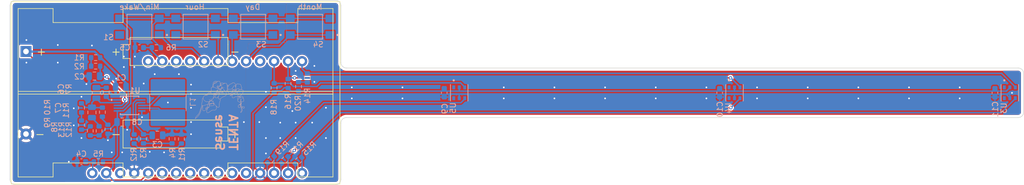
<source format=kicad_pcb>
(kicad_pcb (version 20221018) (generator pcbnew)
  (layers (0 "F.Cu" signal) (31 "B.Cu" signal) (34 "B.Paste" user) (35 "F.Paste" user) (36 "B.SilkS" user "B.Silkscreen") (37 "F.SilkS" user "F.Silkscreen") (38 "B.Mask" user) (39 "F.Mask" user) (44 "Edge.Cuts" user))
  (net 0 "")
  (net 1 "Vbatt")
  (net 2 "GND")
  (net 3 "!SHDN")
  (net 4 "Net-(U1-BURST)")
  (net 5 "Net-(U2-~{RESET})")
  (net 6 "Net-(U2-EN)")
  (net 7 "Net-(U1-FB)")
  (net 8 "Net-(C6-Pad2)")
  (net 9 "Net-(C7-Pad1)")
  (net 10 "VDD")
  (net 11 "Net-(U1-SW2)")
  (net 12 "Net-(U1-SW1)")
  (net 13 "Net-(R1-Pad2)")
  (net 14 "Net-(R3-Pad2)")
  (net 15 "Net-(U1-VC)")
  (net 16 "Net-(R8-Pad2)")
  (net 17 "SCL1")
  (net 18 "SDA1")
  (net 19 "SCL2")
  (net 20 "SDA2")
  (net 21 "SCL3")
  (net 22 "SDA3")
  (net 23 "Net-(Rt1-Pad1)")
  (net 24 "Net-(U1-RT)")
  (net 25 "MM")
  (net 26 "DD")
  (net 27 "HH")
  (net 28 "mm")
  (net 46 "Net-(R10-Pad1)")
  (net 47 "Net-(R11-Pad2)")
  (net 50 "Net-(R14-Pad1)")
  (footprint "Module:ESP32_Thing_Plus_C_hat" (layer "F.Cu") (at 59.353 107.979499 -90)
    (fp_text reference "U2" hide)
    (fp_text value "THING_PLUS_LOGICAL" hide)
  )
  (footprint "Battery:BatteryHolder_Keystone_2462_2xAA_CM" (layer "F.Cu") (at 63.823 94.779499)
    (fp_text reference "B1" hide)
    (fp_text value "2462")
  )
  (footprint "Resistor_SMD:R_0603_1608Metric" (layer "B.Cu") (at 110.823 114.479499 -135)
    (fp_text reference "R17")
    (fp_text value "10k" hide)
  )
  (footprint "Button:SW_TL3305AF160QG" (layer "B.Cu") (at 105.073 90.279499 180)
    (fp_text reference "S3")
    (fp_text value "TL3305AF160QG" hide)
  )
  (footprint "Resistor_SMD:R_0603_1608Metric" (layer "B.Cu") (at 76.975 114.8 180)
    (fp_text reference "R5")
    (fp_text value "10k" hide)
  )
  (footprint "Capacitor_SMD:C_0805_2012Metric" (layer "B.Cu") (at 75.8 105.85 90)
    (fp_text reference "C7")
    (fp_text value "150p" hide)
  )
  (footprint "Resistor_SMD:R_0603_1608Metric" (layer "B.Cu") (at 78.7 108.9 -90)
    (fp_text reference "R12")
    (fp_text value "100k" hide)
  )
  (footprint "Resistor_SMD:R_0603_1608Metric" (layer "B.Cu") (at 76.475 95.9 180)
    (fp_text reference "R1")
    (fp_text value "100k" hide)
  )
  (footprint "Resistor_SMD:R_0603_1608Metric" (layer "B.Cu") (at 75.5 109.2 90)
    (fp_text reference "R8")
    (fp_text value "150k" hide)
  )
  (footprint "Resistor_SMD:R_0603_1608Metric" (layer "B.Cu") (at 113.323 101.154499 90)
    (fp_text reference "R20")
    (fp_text value "0")
  )
  (footprint "Capacitor_SMD:C_0603_1608Metric" (layer "B.Cu") (at 73.875 114.8 180)
    (fp_text reference "C4")
    (fp_text value "1u" hide)
  )
  (footprint "LOGO" (layer "B.Cu") (at 99.02262 103.579459 90)
    (fp_text reference "G***" hide)
    (fp_text value "LOGO" hide)
  )
  (footprint "Capacitor_SMD:C_0603_1608Metric" (layer "B.Cu") (at 239.805143 102.279499 -90)
    (fp_text reference "C11")
    (fp_text value "100n" hide)
  )
  (footprint "LTC3532:MSOP-10_MS_LIT" (layer "B.Cu") (at 82.633652 104.57428 180)
    (fp_text reference "U1")
    (fp_text value "LTC3532EMS-PBF" hide)
  )
  (footprint "Resistor_SMD:R_0603_1608Metric" (layer "B.Cu") (at 114.923 99.579499 90)
    (fp_text reference "R14")
    (fp_text value "10k" hide)
  )
  (footprint "AHT20:PSON100P300X300X110-6N" (layer "B.Cu") (at 142.5051 102.279499 -90)
    (fp_text reference "U5")
    (fp_text value "AHT20" hide)
  )
  (footprint "Resistor_SMD:R_0603_1608Metric" (layer "B.Cu") (at 87.498 94.079499 180)
    (fp_text reference "R6")
    (fp_text value "10k" hide)
  )
  (footprint "Button:SW_TL3305AF160QG" (layer "B.Cu") (at 84.423 90.279499 180)
    (fp_text reference "S1")
    (fp_text value "TL3305AF160QG" hide)
  )
  (footprint "Resistor_SMD:R_0603_1608Metric" (layer "B.Cu") (at 76.475 97.45)
    (fp_text reference "R2")
    (fp_text value "100k" hide)
  )
  (footprint "Resistor_SMD:R_0603_1608Metric" (layer "B.Cu") (at 92.05 110.675 90)
    (fp_text reference "Rt1")
    (fp_text value "82k" hide)
  )
  (footprint "Resistor_SMD:R_0603_1608Metric" (layer "B.Cu") (at 85.1625 110.648 -90)
    (fp_text reference "R3")
    (fp_text value "100k" hide)
  )
  (footprint "Resistor_SMD:R_0603_1608Metric" (layer "B.Cu") (at 77.1 109.2 90)
    (fp_text reference "R13")
    (fp_text value "1k" hide)
  )
  (footprint "Button:SW_TL3305AF160QG" (layer "B.Cu") (at 94.623 90.279499 180)
    (fp_text reference "S2")
    (fp_text value "TL3305AF160QG" hide)
  )
  (footprint "Capacitor_SMD:C_0805_2012Metric" (layer "B.Cu") (at 76.6 102.3 90)
    (fp_text reference "C6")
    (fp_text value "150p" hide)
  )
  (footprint "Resistor_SMD:R_0603_1608Metric" (layer "B.Cu") (at 113.306363 114.596136 -135)
    (fp_text reference "R15")
    (fp_text value "10k" hide)
  )
  (footprint "Capacitor_SMD:C_0805_2012Metric" (layer "B.Cu") (at 81.3 107.6)
    (fp_text reference "C8")
    (fp_text value "22u" hide)
  )
  (footprint "Resistor_SMD:R_0603_1608Metric" (layer "B.Cu") (at 73.9 108.15 90)
    (fp_text reference "R9")
    (fp_text value "150k" hide)
  )
  (footprint "Capacitor_SMD:C_0805_2012Metric" (layer "B.Cu") (at 81.05 101.2 180)
    (fp_text reference "C1")
    (fp_text value "4.7u" hide)
  )
  (footprint "Capacitor_SMD:C_0805_2012Metric" (layer "B.Cu") (at 76.25 99.25 180)
    (fp_text reference "C2")
    (fp_text value "4.7n" hide)
  )
  (footprint "Resistor_SMD:R_0603_1608Metric" (layer "B.Cu") (at 77.7 105.8 -90)
    (fp_text reference "R11")
    (fp_text value "100k" hide)
  )
  (footprint "AHT20:PSON100P300X300X110-6N" (layer "B.Cu") (at 242.505143 102.279499 -90)
    (fp_text reference "U3")
    (fp_text value "AHT20" hide)
  )
  (footprint "Resistor_SMD:R_0603_1608Metric" (layer "B.Cu") (at 83.4625 110.673 -90)
    (fp_text reference "Rt2")
    (fp_text value "4.7k" hide)
  )
  (footprint "Resistor_SMD:R_0603_1608Metric" (layer "B.Cu") (at 108.306363 114.396136 -135)
    (fp_text reference "R19")
    (fp_text value "10k" hide)
  )
  (footprint "Resistor_SMD:R_0603_1608Metric" (layer "B.Cu") (at 90.35 110.648 90)
    (fp_text reference "R4")
    (fp_text value "100k" hide)
  )
  (footprint "Resistor_SMD:R_0603_1608Metric" (layer "B.Cu") (at 78.4 102.175 -90)
    (fp_text reference "R7")
    (fp_text value "12k" hide)
  )
  (footprint "Capacitor_SMD:C_0805_2012Metric" (layer "B.Cu") (at 87.7 110)
    (fp_text reference "C3")
    (fp_text value "0.01u" hide)
  )
  (footprint "Capacitor_SMD:C_0603_1608Metric" (layer "B.Cu") (at 139.7851 102.279499 -90)
    (fp_text reference "C9")
    (fp_text value "100n" hide)
  )
  (footprint "Capacitor_SMD:C_0603_1608Metric" (layer "B.Cu") (at 189.8051 102.279499 -90)
    (fp_text reference "C10")
    (fp_text value "100n" hide)
  )
  (footprint "Inductor_SMD:L_2424_6060Metric" (layer "B.Cu") (at 89.6 104.05 90)
    (fp_text reference "L1")
    (fp_text value "4.7u" hide)
  )
  (footprint "Resistor_SMD:R_0603_1608Metric" (layer "B.Cu") (at 108.883 101.379499 90)
    (fp_text reference "R18")
    (fp_text value "10k" hide)
  )
  (footprint "Button:SW_TL3305AF160QG" (layer "B.Cu") (at 115.423 90.279499 180)
    (fp_text reference "S4")
    (fp_text value "TL3305AF160QG" hide)
  )
  (footprint "AHT20:PSON100P300X300X110-6N" (layer "B.Cu") (at 192.5051 102.279499 -90)
    (fp_text reference "U4")
    (fp_text value "AHT20" hide)
  )
  (footprint "Capacitor_SMD:C_0603_1608Metric" (layer "B.Cu") (at 84.4 94.079499 180)
    (fp_text reference "C5")
    (fp_text value "1u" hide)
  )
  (footprint "Resistor_SMD:R_0603_1608Metric" (layer "B.Cu") (at 73.9 105.025 90)
    (fp_text reference "R10")
    (fp_text value "22k" hide)
  )
  (footprint "Resistor_SMD:R_0603_1608Metric" (layer "B.Cu") (at 111.423 100.604499 90)
    (fp_text reference "R16")
    (fp_text value "10k" hide)
  )
  (gr_arc (start 121.023 107.779499) (mid 121.315893 107.072392) (end 122.023 106.779499) (stroke (width 0.1)) (layer "Edge.Cuts"))
  (gr_line (start 121.023 96.779499) (end 121.023 86.479499) (stroke (width 0.1)) (layer "Edge.Cuts"))
  (gr_arc (start 61.923 118.979499) (mid 61.215893 118.686606) (end 60.923 117.979499) (stroke (width 0.1)) (layer "Edge.Cuts"))
  (gr_arc (start 244.023 97.779499) (mid 244.730107 98.072392) (end 245.023 98.779499) (stroke (width 0.1)) (layer "Edge.Cuts"))
  (gr_arc (start 122.023 97.779499) (mid 121.315894 97.486606) (end 121.023 96.779499) (stroke (width 0.1)) (layer "Edge.Cuts"))
  (gr_arc (start 60.923 86.479499) (mid 61.215893 85.772392) (end 61.923 85.479499) (stroke (width 0.1)) (layer "Edge.Cuts"))
  (gr_line (start 61.923 118.979499) (end 120.023 118.979499) (stroke (width 0.1)) (layer "Edge.Cuts"))
  (gr_line (start 122.023 106.779499) (end 244.023 106.779499) (stroke (width 0.1)) (layer "Edge.Cuts"))
  (gr_arc (start 245.023 105.779499) (mid 244.730107 106.486606) (end 244.023 106.779499) (stroke (width 0.1)) (layer "Edge.Cuts"))
  (gr_line (start 245.023 105.779499) (end 245.023 98.779499) (stroke (width 0.1)) (layer "Edge.Cuts"))
  (gr_arc (start 120.023 85.479499) (mid 120.730107 85.772392) (end 121.023 86.479499) (stroke (width 0.1)) (layer "Edge.Cuts"))
  (gr_line (start 121.023 117.979499) (end 121.023 107.779499) (stroke (width 0.1)) (layer "Edge.Cuts"))
  (gr_line (start 60.923 86.479499) (end 60.923 117.979499) (stroke (width 0.1)) (layer "Edge.Cuts"))
  (gr_arc (start 121.023 117.979499) (mid 120.730107 118.686606) (end 120.023 118.979499) (stroke (width 0.1)) (layer "Edge.Cuts"))
  (gr_line (start 120.023 85.479499) (end 61.923 85.479499) (stroke (width 0.1)) (layer "Edge.Cuts"))
  (gr_line (start 244.023 97.779499) (end 122.023 97.779499) (stroke (width 0.1)) (layer "Edge.Cuts"))
  (gr_text "Min/Wake" (at 84.423 87.279499) (layer "B.SilkS") (effects (font (size 1 1)) (justify bottom mirror)))
  (gr_text "Hour" (at 94.523 87.279499) (layer "B.SilkS") (effects (font (size 1 1)) (justify bottom mirror)))
  (gr_text "TENTA\nSense" (at 100.22262 109.479459 270) (layer "B.SilkS") (effects (font (size 1.5 1.5) (thickness 0.3) bold) (justify mirror)))
  (gr_text "Day" (at 105.023 87.279499) (layer "B.SilkS") (effects (font (size 1 1)) (justify bottom mirror)))
  (gr_text "Month" (at 115.423 87.279499) (layer "B.SilkS") (effects (font (size 1 1)) (justify bottom mirror)))
  (segment (start 66.3 97.256499) (end 63.823 94.779499) (width 0.254) (layer "F.Cu") (net 1))
  (segment (start 86.023 116.869499) (end 84.7562 118.136299) (width 0.254) (layer "F.Cu") (net 1))
  (segment (start 71.336299 118.136299) (end 66.3 113.1) (width 0.254) (layer "F.Cu") (net 1))
  (segment (start 66.3 113.1) (end 66.3 97.256499) (width 0.254) (layer "F.Cu") (net 1))
  (segment (start 84.7562 118.136299) (end 71.336299 118.136299) (width 0.254) (layer "F.Cu") (net 1))
  (segment (start 76.28999 94.80004) (end 82.1 100.61005) (width 0.4) (layer "B.Cu") (net 1))
  (segment (start 82.388538 104.063694) (end 82.388538 101.588538) (width 0.254) (layer "B.Cu") (net 1))
  (segment (start 80.417502 105.07466) (end 81.377572 105.07466) (width 0.254) (layer "B.Cu") (net 1))
  (segment (start 63.900038 94.80004) (end 76.28999 94.80004) (width 0.4) (layer "B.Cu") (net 1))
  (segment (start 82.1 100.61005) (end 82.1 101.2) (width 0.4) (layer "B.Cu") (net 1))
  (segment (start 81.377572 105.07466) (end 82.388538 104.063694) (width 0.254) (layer "B.Cu") (net 1))
  (segment (start 82.388538 101.588538) (end 82 101.2) (width 0.254) (layer "B.Cu") (net 1))
  (via (at 187.4 103.3) (size 0.6) (drill 0.3) (layers "F.Cu" "B.Cu") (net 2))
  (via (at 242.900038 102.3) (size 0.6) (drill 0.3) (layers "F.Cu" "B.Cu") (net 2))
  (via (at 123 103.3) (size 0.6) (drill 0.3) (layers "F.Cu" "B.Cu") (net 2))
  (via (at 88.9 113.1) (size 0.6) (drill 0.3) (layers "F.Cu" "B.Cu") (net 2))
  (via (at 116.2 97.4) (size 0.6) (drill 0.3) (layers "F.Cu" "B.Cu") (net 2))
  (via (at 205.8 101.3) (size 0.6) (drill 0.3) (layers "F.Cu" "B.Cu") (net 2))
  (via (at 93.8 107.6) (size 0.6) (drill 0.3) (layers "F.Cu" "B.Cu") (net 2))
  (via (at 89.6 104.05) (size 0.6) (drill 0.3) (layers "F.Cu" "B.Cu") (net 2))
  (via (at 86.3 113) (size 0.6) (drill 0.3) (layers "F.Cu" "B.Cu") (net 2))
  (via (at 85.2 100.6) (size 0.6) (drill 0.3) (layers "F.Cu" "B.Cu") (net 2))
  (via (at 69.6 93.6) (size 0.6) (drill 0.3) (layers "F.Cu" "B.Cu") (net 2))
  (via (at 107.4 113.3) (size 0.6) (drill 0.3) (layers "F.Cu" "B.Cu") (net 2))
  (via (at 110 107.7) (size 0.6) (drill 0.3) (layers "F.Cu" "B.Cu") (net 2))
  (via (at 178.2 103.3) (size 0.6) (drill 0.3) (layers "F.Cu" "B.Cu") (net 2))
  (via (at 93.8 105) (size 0.6) (drill 0.3) (layers "F.Cu" "B.Cu") (net 2))
  (via (at 169 101.3) (size 0.6) (drill 0.3) (layers "F.Cu" "B.Cu") (net 2))
  (via (at 93.8 102.5) (size 0.6) (drill 0.3) (layers "F.Cu" "B.Cu") (net 2))
  (via (at 72.5 108.2) (size 0.6) (drill 0.3) (layers "F.Cu" "B.Cu") (net 2))
  (via (at 80.2 99.7) (size 0.6) (drill 0.3) (layers "F.Cu" "B.Cu") (net 2))
  (via (at 150.6 103.3) (size 0.6) (drill 0.3) (layers "F.Cu" "B.Cu") (net 2))
  (via (at 93.8 109.8) (size 0.6) (drill 0.3) (layers "F.Cu" "B.Cu") (net 2))
  (via (at 215 103.3) (size 0.6) (drill 0.3) (layers "F.Cu" "B.Cu") (net 2))
  (via (at 215 101.3) (size 0.6) (drill 0.3) (layers "F.Cu" "B.Cu") (net 2))
  (via (at 224.2 103.3) (size 0.6) (drill 0.3) (layers "F.Cu" "B.Cu") (net 2))
  (via (at 81.6 97.6) (size 0.6) (drill 0.3) (layers "F.Cu" "B.Cu") (net 2))
  (via (at 112.8 98.3) (size 0.6) (drill 0.3) (layers "F.Cu" "B.Cu") (net 2))
  (via (at 83.6 95.7) (size 0.6) (drill 0.3) (layers "F.Cu" "B.Cu") (net 2))
  (via (at 233.4 103.3) (size 0.6) (drill 0.3) (layers "F.Cu" "B.Cu") (net 2))
  (via (at 112.8 107.7) (size 0.6) (drill 0.3) (layers "F.Cu" "B.Cu") (net 2))
  (via (at 63.9 92.7) (size 0.6) (drill 0.3) (layers "F.Cu" "B.Cu") (net 2))
  (via (at 72.5 105.1) (size 0.6) (drill 0.3) (layers "F.Cu" "B.Cu") (net 2))
  (via (at 112.8 110.5) (size 0.6) (drill 0.3) (layers "F.Cu" "B.Cu") (net 2))
  (via (at 178.2 101.3) (size 0.6) (drill 0.3) (layers "F.Cu" "B.Cu") (net 2))
  (via (at 106.2 107.6) (size 0.6) (drill 0.3) (layers "F.Cu" "B.Cu") (net 2))
  (via (at 118.3 110.5) (size 0.6) (drill 0.3) (layers "F.Cu" "B.Cu") (net 2))
  (via (at 87.2 98.9) (size 0.6) (drill 0.3) (layers "F.Cu" "B.Cu") (net 2))
  (via (at 115.8 107.7) (size 0.6) (drill 0.3) (layers "F.Cu" "B.Cu") (net 2))
  (via (at 107.4 110.5) (size 0.6) (drill 0.3) (layers "F.Cu" "B.Cu") (net 2))
  (via (at 81.3 113.1) (size 0.6) (drill 0.3) (layers "F.Cu" "B.Cu") (net 2))
  (via (at 196.6 103.3) (size 0.6) (drill 0.3) (layers "F.Cu" "B.Cu") (net 2))
  (via (at 107.4 102.1) (size 0.6) (drill 0.3) (layers "F.Cu" "B.Cu") (net 2))
  (via (at 75.8 93.7) (size 0.6) (drill 0.3) (layers "F.Cu" "B.Cu") (net 2))
  (via (at 73.9 110.5) (size 0.6) (drill 0.3) (layers "F.Cu" "B.Cu") (net 2))
  (via (at 81.6 95.7) (size 0.6) (drill 0.3) (layers "F.Cu" "B.Cu") (net 2))
  (via (at 83.5 97.6) (size 0.6) (drill 0.3) (layers "F.Cu" "B.Cu") (net 2))
  (via (at 116.2 100.3) (size 0.6) (drill 0.3) (layers "F.Cu" "B.Cu") (net 2))
  (via (at 110 110.5) (size 0.6) (drill 0.3) (layers "F.Cu" "B.Cu") (net 2))
  (via (at 79.4 113.1) (size 0.6) (drill 0.3) (layers "F.Cu" "B.Cu") (net 2))
  (via (at 91.6 98.9) (size 0.6) (drill 0.3) (layers "F.Cu" "B.Cu") (net 2))
  (via (at 169 103.3) (size 0.6) (drill 0.3) (layers "F.Cu" "B.Cu") (net 2))
  (via (at 150.6 101.3) (size 0.6) (drill 0.3) (layers "F.Cu" "B.Cu") (net 2))
  (via (at 107.4 104.9) (size 0.6) (drill 0.3) (layers "F.Cu" "B.Cu") (net 2))
  (via (at 63.9 96.8) (size 0.6) (drill 0.3) (layers "F.Cu" "B.Cu") (net 2))
  (via (at 132.2 103.3) (size 0.6) (drill 0.3) (layers "F.Cu" "B.Cu") (net 2))
  (via (at 123 101.3) (size 0.6) (drill 0.3) (layers "F.Cu" "B.Cu") (net 2))
  (via (at 159.8 101.3) (size 0.6) (drill 0.3) (layers "F.Cu" "B.Cu") (net 2))
  (via (at 205.8 103.3) (size 0.6) (drill 0.3) (layers "F.Cu" "B.Cu") (net 2))
  (via (at 132.2 101.3) (size 0.6) (drill 0.3) (layers "F.Cu" "B.Cu") (net 2))
  (via (at 71.6 114.8) (size 0.6) (drill 0.3) (layers "F.Cu" "B.Cu") (net 2))
  (via (at 103.4 107.6) (size 0.6) (drill 0.3) (layers "F.Cu" "B.Cu") (net 2))
  (via (at 78.7 110.9) (size 0.6) (drill 0.3) (layers "F.Cu" "B.Cu") (net 2))
  (via (at 233.4 101.3) (size 0.6) (drill 0.3) (layers "F.Cu" "B.Cu") (net 2))
  (via (at 224.2 101.3) (size 0.6) (drill 0.3) (layers "F.Cu" "B.Cu") (net 2))
  (via (at 196.6 101.3) (size 0.6) (drill 0.3) (layers "F.Cu" "B.Cu") (net 2))
  (via (at 187.4 101.3) (size 0.6) (drill 0.3) (layers "F.Cu" "B.Cu") (net 2))
  (via (at 84.9 106.7) (size 0.6) (drill 0.3) (layers "F.Cu" "B.Cu") (net 2))
  (via (at 82.2 109) (size 0.6) (drill 0.3) (layers "F.Cu" "B.Cu") (net 2))
  (via (at 159.8 103.3) (size 0.6) (drill 0.3) (layers "F.Cu" "B.Cu") (net 2))
  (via (at 73.9 103) (size 0.6) (drill 0.3) (layers "F.Cu" "B.Cu") (net 2))
  (via (at 74.8 100.7) (size 0.6) (drill 0.3) (layers "F.Cu" "B.Cu") (net 2))
  (via (at 69.6 96.8) (size 0.6) (drill 0.3) (layers "F.Cu" "B.Cu") (net 2))
  (via (at 112.2 105.6) (size 0.6) (drill 0.3) (layers "F.Cu" "B.Cu") (net 2))
  (via (at 93.8 100.8) (size 0.6) (drill 0.3) (layers "F.Cu" "B.Cu") (net 2))
  (via (at 118.3 105) (size 0.6) (drill 0.3) (layers "F.Cu" "B.Cu") (net 2))
  (segment (start 92.05 109.823) (end 89.025 109.823) (width 0.254) (layer "B.Cu") (net 2))
  (segment (start 239.785143 102.559499) (end 192.523 102.559499) (width 0.254) (layer "B.Cu") (net 2))
  (segment (start 81.3 113.1) (end 83.483 115.283) (width 0.254) (layer "B.Cu") (net 2))
  (segment (start 191.318 102.559499) (end 147.123 102.559499) (width 0.254) (layer "B.Cu") (net 2))
  (segment (start 82.25 107.6) (end 82.25 108.95) (width 0.254) (layer "B.Cu") (net 2))
  (segment (start 145.523 102.559499) (end 141.523 102.559499) (width 0.254) (layer "B.Cu") (net 2))
  (segment (start 147.123 102.559499) (end 145.523 102.559499) (width 0.254) (layer "B.Cu") (net 2))
  (segment (start 241.860858 102.559499) (end 242.505143 103.203784) (width 0.254) (layer "B.Cu") (net 2))
  (segment (start 83.6 94.104499) (end 83.625 94.079499) (width 0.254) (layer "B.Cu") (net 2))
  (segment (start 116.557708 102.559499) (end 115.530354 103.586853) (width 0.254) (layer "B.Cu") (net 2))
  (segment (start 192.523 102.559499) (end 191.318 102.559499) (width 0.254) (layer "B.Cu") (net 2))
  (segment (start 192.5051 102.577399) (end 192.523 102.559499) (width 0.254) (layer "B.Cu") (net 2))
  (segment (start 142.523 102.559499) (end 141.523 102.559499) (width 0.254) (layer "B.Cu") (net 2))
  (segment (start 147.123 102.559499) (end 116.557708 102.559499) (width 0.254) (layer "B.Cu") (net 2))
  (segment (start 83.483 115.283) (end 83.483 116.869499) (width 0.254) (layer "B.Cu") (net 2))
  (segment (start 84.849802 105.57504) (end 84.849802 106.649802) (width 0.254) (layer "B.Cu") (net 2))
  (segment (start 106.343 112.774208) (end 106.343 116.869499) (width 0.254) (layer "B.Cu") (net 2))
  (segment (start 142.5051 102.577399) (end 142.523 102.559499) (width 0.254) (layer "B.Cu") (net 2))
  (segment (start 75.3 99.25) (end 75.3 100.2) (width 0.254) (layer "B.Cu") (net 2))
  (segment (start 80.2 99.7) (end 80.2 101.05) (width 0.254) (layer "B.Cu") (net 2))
  (segment (start 142.5051 103.264499) (end 142.5051 102.577399) (width 0.254) (layer "B.Cu") (net 2))
  (segment (start 239.785143 102.559499) (end 241.860858 102.559499) (width 0.254) (layer "B.Cu") (net 2))
  (segment (start 75.3 100.2) (end 74.8 100.7) (width 0.254) (layer "B.Cu") (net 2))
  (segment (start 239.805143 103.054499) (end 239.805143 102.579499) (width 0.254) (layer "B.Cu") (net 2))
  (segment (start 84.849802 106.649802) (end 84.9 106.7) (width 0.254) (layer "B.Cu") (net 2))
  (segment (start 242.505143 103.203784) (end 242.505143 103.264499) (width 0.254) (layer "B.Cu") (net 2))
  (segment (start 89.025 109.823) (end 88.7 110.148) (width 0.254) (layer "B.Cu") (net 2))
  (segment (start 192.5051 103.264499) (end 192.5051 102.577399) (width 0.254) (layer "B.Cu") (net 2))
  (segment (start 239.805143 102.579499) (end 239.785143 102.559499) (width 0.254) (layer "B.Cu") (net 2))
  (segment (start 115.530354 103.586853) (end 106.343 112.774208) (width 0.254) (layer "B.Cu") (net 2))
  (segment (start 78.7 110.9) (end 78.7 109.725) (width 0.254) (layer "B.Cu") (net 2))
  (segment (start 73.1 114.8) (end 71.6 114.8) (width 0.254) (layer "B.Cu") (net 2))
  (segment (start 83.6 95.7) (end 83.6 94.104499) (width 0.254) (layer "B.Cu") (net 2))
  (segment (start 81.761538 102.661538) (end 78.5 99.4) (width 0.254) (layer "F.Cu") (net 3))
  (segment (start 81.761538 103.5) (end 81.761538 102.661538) (width 0.254) (layer "F.Cu") (net 3))
  (via (at 78.5 99.4) (size 0.6) (drill 0.3) (layers "F.Cu" "B.Cu") (net 3))
  (via (at 81.761538 103.5) (size 0.6) (drill 0.3) (layers "F.Cu" "B.Cu") (net 3))
  (segment (start 81.761538 103.5) (end 81.761538 104.048642) (width 0.254) (layer "B.Cu") (net 3))
  (segment (start 80.417502 104.57428) (end 81.2359 104.57428) (width 0.254) (layer "B.Cu") (net 3))
  (segment (start 81.761538 104.048642) (end 81.2359 104.57428) (width 0.254) (layer "B.Cu") (net 3))
  (segment (start 77.3 97.45) (end 77.3 99.15) (width 0.254) (layer "B.Cu") (net 3))
  (segment (start 78.5 99.4) (end 77.35 99.4) (width 0.254) (layer "B.Cu") (net 3))
  (segment (start 77.3 99.15) (end 77.2 99.25) (width 0.254) (layer "B.Cu") (net 3))
  (segment (start 83.750038 108.262538) (end 85.1625 109.675) (width 0.254) (layer "B.Cu") (net 4))
  (segment (start 83.750038 104.343961) (end 83.750038 108.262538) (width 0.254) (layer "B.Cu") (net 4))
  (segment (start 86.475 109.823) (end 86.8 110.148) (width 0.254) (layer "B.Cu") (net 4))
  (segment (start 83.750038 104.343961) (end 84.020098 104.0739) (width 0.254) (layer "B.Cu") (net 4))
  (segment (start 85.1625 109.823) (end 86.475 109.823) (width 0.254) (layer "B.Cu") (net 4))
  (segment (start 84.020098 104.0739) (end 84.849802 104.0739) (width 0.254) (layer "B.Cu") (net 4))
  (segment (start 74.65 114.8) (end 76.15 114.8) (width 0.254) (layer "B.Cu") (net 5))
  (segment (start 75.940038 116.89004) (end 75.940038 115.01004) (width 0.254) (layer "B.Cu") (net 5))
  (segment (start 85.175 94.079499) (end 86.673 94.079499) (width 0.254) (layer "B.Cu") (net 6))
  (segment (start 88.563 96.549499) (end 86.673 94.659499) (width 0.254) (layer "B.Cu") (net 6))
  (segment (start 86.673 94.659499) (end 86.673 94.079499) (width 0.254) (layer "B.Cu") (net 6))
  (segment (start 75.8 104.95) (end 74.65 104.95) (width 0.254) (layer "B.Cu") (net 7))
  (segment (start 77.7 104.975) (end 75.85 104.975) (width 0.254) (layer "B.Cu") (net 7))
  (segment (start 80.417502 104.0739) (end 77.3489 104.0739) (width 0.254) (layer "B.Cu") (net 7))
  (segment (start 74.65 104.95) (end 73.9 104.2) (width 0.254) (layer "B.Cu") (net 7))
  (segment (start 77.3489 104.0739) (end 76.55 103.275) (width 0.254) (layer "B.Cu") (net 7))
  (segment (start 76.6 103.25) (end 75.8 104.05) (width 0.254) (layer "B.Cu") (net 7))
  (segment (start 75.8 104.05) (end 75.8 104.95) (width 0.254) (layer "B.Cu") (net 7))
  (segment (start 78.4 101.375) (end 76.55 101.375) (width 0.254) (layer "B.Cu") (net 8))
  (segment (start 77.1 108.15) (end 75.8 106.85) (width 0.254) (layer "B.Cu") (net 9))
  (segment (start 77.1 108.375) (end 77.1 108.15) (width 0.254) (layer "B.Cu") (net 9))
  (segment (start 82.842038 104.252246) (end 81.519244 105.57504) (width 0.254) (layer "B.Cu") (net 10))
  (segment (start 242.505143 101.355214) (end 242.505143 101.294499) (width 0.254) (layer "B.Cu") (net 10))
  (segment (start 79.886 118.352499) (end 104.25 118.352499) (width 0.254) (layer "B.Cu") (net 10))
  (segment (start 112.723 115.179499) (end 112.723 117.322841) (width 0.2) (layer "B.Cu") (net 10))
  (segment (start 192.5051 101.294499) (end 192.5051 101.958599) (width 0.254) (layer "B.Cu") (net 10))
  (segment (start 192.523 101.976499) (end 241.883858 101.976499) (width 0.254) (layer "B.Cu") (net 10))
  (segment (start 111.97 101.976499) (end 142.523 101.976499) (width 0.254) (layer "B.Cu") (net 10))
  (segment (start 82.842038 90.798537) (end 82.842038 104.252246) (width 0.254) (layer "B.Cu") (net 10))
  (segment (start 112.723 117.322841) (end 111.936542 118.109299) (width 0.2) (layer "B.Cu") (net 10))
  (segment (start 78.403 116.869499) (end 79.886 118.352499) (width 0.254) (layer "B.Cu") (net 10))
  (segment (start 110.223 101.879499) (end 109.208 101.879499) (width 0.2) (layer "B.Cu") (net 10))
  (segment (start 81.519244 105.57504) (end 80.417502 105.57504) (width 0.254) (layer "B.Cu") (net 10))
  (segment (start 86.896 89.906499) (end 88.023 88.779499) (width 0.254) (layer "B.Cu") (net 10))
  (segment (start 110.1228 117.322641) (end 110.1228 115.179699) (width 0.2) (layer "B.Cu") (net 10))
  (segment (start 80.417502 113.682576) (end 79.600038 114.50004) (width 0.254) (layer "B.Cu") (net 10))
  (segment (start 105.0428 117.559699) (end 105.0428 117.383041) (width 0.254) (layer "B.Cu") (net 10))
  (segment (start 86.896 92.652499) (end 86.896 89.906499) (width 0.254) (layer "B.Cu") (net 10))
  (segment (start 79.600038 114.50004) (end 79.600038 115.77004) (width 0.254) (layer "B.Cu") (net 10))
  (segment (start 88.323 94.079499) (end 86.896 92.652499) (width 0.254) (layer "B.Cu") (net 10))
  (segment (start 110.1228 115.179699) (end 110.239637 115.062862) (width 0.2) (layer "B.Cu") (net 10))
  (segment (start 79.600038 115.77004) (end 78.480038 116.89004) (width 0.254) (layer "B.Cu") (net 10))
  (segment (start 109.208 101.879499) (end 108.883 102.204499) (width 0.2) (layer "B.Cu") (net 10))
  (segment (start 142.523 101.976499) (end 142.523 101.312399) (width 0.254) (layer "B.Cu") (net 10))
  (segment (start 77.1 110.025) (end 78.323 108.802) (width 0.254) (layer "B.Cu") (net 10))
  (segment (start 106.856542 118.109299) (end 107.5828 117.383041) (width 0.2) (layer "B.Cu") (net 10))
  (segment (start 80.417502 105.57504) (end 80.417502 113.682576) (width 0.254) (layer "B.Cu") (net 10))
  (segment (start 108.883 102.204499) (end 105.0428 106.044699) (width 0.254) (layer "B.Cu") (net 10))
  (segment (start 105.0428 106.044699) (end 105.0428 116.159699) (width 0.254) (layer "B.Cu") (net 10))
  (segment (start 107.623 117.362841) (end 107.623 115.079499) (width 0.2) (layer "B.Cu") (net 10))
  (segment (start 142.523 101.312399) (end 142.5051 101.294499) (width 0.254) (layer "B.Cu") (net 10))
  (segment (start 143.2755 101.976499) (end 192.523 101.976499) (width 0.254) (layer "B.Cu") (net 10))
  (segment (start 75.525 110) (end 77.075 110) (width 0.254) (layer "B.Cu") (net 10))
  (segment (start 105.0428 117.383041) (end 105.0428 116.159699) (width 0.2) (layer "B.Cu") (net 10))
  (segment (start 111.423 101.354499) (end 110.748 101.354499) (width 0.254) (layer "B.Cu") (net 10))
  (segment (start 78.323 108.802) (end 79.193291 108.802) (width 0.254) (layer "B.Cu") (net 10))
  (segment (start 108.369458 118.109299) (end 107.623 117.362841) (width 0.2) (layer "B.Cu") (net 10))
  (segment (start 80.823 88.779499) (end 119.023 88.779499) (width 0.254) (layer "B.Cu") (net 10))
  (segment (start 107.623 115.079499) (end 107.723 114.979499) (width 0.2) (layer "B.Cu") (net 10))
  (segment (start 192.5051 101.958599) (end 192.523 101.976499) (width 0.254) (layer "B.Cu") (net 10))
  (segment (start 111.423 101.429499) (end 111.97 101.976499) (width 0.254) (layer "B.Cu") (net 10))
  (segment (start 104.25 118.352499) (end 105.0428 117.559699) (width 0.254) (layer "B.Cu") (net 10))
  (segment (start 79.600038 114.50004) (end 78.100038 114.50004) (width 0.254) (layer "B.Cu") (net 10))
  (segment (start 111.936542 118.109299) (end 110.909458 118.109299) (width 0.2) (layer "B.Cu") (net 10))
  (segment (start 110.909458 118.109299) (end 110.1228 117.322641) (width 0.2) (layer "B.Cu") (net 10))
  (segment (start 110.748 101.354499) (end 110.223 101.879499) (width 0.254) (layer "B.Cu") (net 10))
  (segment (start 105.769058 118.109299) (end 106.856542 118.109299) (width 0.2) (layer "B.Cu") (net 10))
  (segment (start 110.1228 117.383041) (end 109.396542 118.109299) (width 0.2) (layer "B.Cu") (net 10))
  (segment (start 80.823 88.779499) (end 82.842038 90.798537) (width 0.254) (layer "B.Cu") (net 10))
  (segment (start 109.396542 118.109299) (end 108.369458 118.109299) (width 0.2) (layer "B.Cu") (net 10))
  (segment (start 105.0428 117.383041) (end 105.769058 118.109299) (width 0.2) (layer "B.Cu") (net 10))
  (segment (start 107.723 114.979499) (end 107.5828 115.119699) (width 0.2) (layer "B.Cu") (net 10))
  (segment (start 79.193291 108.802) (end 80.35 107.645291) (width 0.254) (layer "B.Cu") (net 10))
  (segment (start 241.883858 101.976499) (end 242.505143 101.355214) (width 0.254) (layer "B.Cu") (net 10))
  (segment (start 142.523 101.976499) (end 143.2755 101.976499) (width 0.254) (layer "B.Cu") (net 10))
  (segment (start 87.87466 105.07466) (end 89.6 106.8) (width 0.254) (layer "B.Cu") (net 11))
  (segment (start 84.849802 105.07466) (end 87.87466 105.07466) (width 0.254) (layer "B.Cu") (net 11))
  (segment (start 86.32572 104.57428) (end 89.6 101.3) (width 0.254) (layer "B.Cu") (net 12))
  (segment (start 84.849802 104.57428) (end 86.32572 104.57428) (width 0.254) (layer "B.Cu") (net 12))
  (segment (start 75.65 97.45) (end 75.65 95.85) (width 0.254) (layer "B.Cu") (net 13))
  (segment (start 85.1625 111.473) (end 90.35 111.473) (width 0.254) (layer "B.Cu") (net 14))
  (segment (start 80.417502 103.57352) (end 78.94852 103.57352) (width 0.254) (layer "B.Cu") (net 15))
  (segment (start 78.94852 103.57352) (end 78.4 103.025) (width 0.254) (layer "B.Cu") (net 15))
  (segment (start 74.9 108.975) (end 75.5 108.375) (width 0.254) (layer "B.Cu") (net 16))
  (segment (start 73.9 108.975) (end 74.9 108.975) (width 0.254) (layer "B.Cu") (net 16))
  (segment (start 113.963 97.919499) (end 114.798 98.754499) (width 0.254) (layer "B.Cu") (net 17))
  (segment (start 113.963 96.549499) (end 113.963 97.919499) (width 0.254) (layer "B.Cu") (net 17))
  (segment (start 114.798 98.754499) (end 114.923 98.754499) (width 0.2) (layer "B.Cu") (net 17))
  (segment (start 243.505143 101.233784) (end 241.036929 98.76557) (width 0.254) (layer "B.Cu") (net 17))
  (segment (start 243.505143 101.294499) (end 243.505143 101.233784) (width 0.254) (layer "B.Cu") (net 17))
  (segment (start 114.923 98.754499) (end 241.025858 98.754499) (width 0.254) (layer "B.Cu") (net 17))
  (segment (start 241.025858 98.754499) (end 241.036929 98.76557) (width 0.2) (layer "B.Cu") (net 17))
  (segment (start 240.950858 105.879499) (end 243.505143 103.325214) (width 0.254) (layer "B.Cu") (net 18))
  (segment (start 113.963 116.869499) (end 113.963 112.952787) (width 0.254) (layer "B.Cu") (net 18))
  (segment (start 121.036288 105.879499) (end 240.323 105.879499) (width 0.254) (layer "B.Cu") (net 18))
  (segment (start 243.505143 103.325214) (end 243.505143 103.264499) (width 0.254) (layer "B.Cu") (net 18))
  (segment (start 240.323 105.879499) (end 240.950858 105.879499) (width 0.254) (layer "B.Cu") (net 18))
  (segment (start 113.963 112.952787) (end 121.036288 105.879499) (width 0.254) (layer "B.Cu") (net 18))
  (segment (start 240.323 105.879499) (end 240.954096 105.879499) (width 0.254) (layer "B.Cu") (net 18))
  (segment (start 112.6 99.579499) (end 191.779499 99.579499) (width 0.254) (layer "F.Cu") (net 19))
  (via (at 112.6 99.579499) (size 0.6) (drill 0.3) (layers "F.Cu" "B.Cu") (net 19))
  (via (at 191.779499 99.579499) (size 0.6) (drill 0.3) (layers "F.Cu" "B.Cu") (net 19))
  (segment (start 111.423 96.549499) (end 111.423 99.704499) (width 0.254) (layer "B.Cu") (net 19))
  (segment (start 193.5051 101.294499) (end 193.5051 101.233784) (width 0.254) (layer "B.Cu") (net 19))
  (segment (start 193.5051 101.233784) (end 191.850815 99.579499) (width 0.254) (layer "B.Cu") (net 19))
  (segment (start 111.473 99.654499) (end 111.423 99.704499) (width 0.254) (layer "B.Cu") (net 19))
  (segment (start 111.623 99.579499) (end 111.423 99.779499) (width 0.254) (layer "B.Cu") (net 19))
  (segment (start 112.6 99.579499) (end 111.623 99.579499) (width 0.254) (layer "B.Cu") (net 19))
  (segment (start 112.551249 112.751249) (end 120.322999 104.979499) (width 0.254) (layer "F.Cu") (net 20))
  (segment (start 120.322999 104.979499) (end 191.850815 104.979499) (width 0.254) (layer "F.Cu") (net 20))
  (via (at 191.850815 104.979499) (size 0.6) (drill 0.3) (layers "F.Cu" "B.Cu") (net 20))
  (via (at 112.551249 112.751249) (size 0.6) (drill 0.3) (layers "F.Cu" "B.Cu") (net 20))
  (segment (start 112.551249 112.75125) (end 112.551249 112.751249) (width 0.254) (layer "B.Cu") (net 20))
  (segment (start 111.406363 113.896136) (end 112.551249 112.75125) (width 0.254) (layer "B.Cu") (net 20))
  (segment (start 191.850815 104.979499) (end 193.5051 103.325214) (width 0.254) (layer "B.Cu") (net 20))
  (segment (start 193.5051 103.325214) (end 193.5051 103.264499) (width 0.254) (layer "B.Cu") (net 20))
  (segment (start 111.423 116.869499) (end 111.423 113.912773) (width 0.254) (layer "B.Cu") (net 20))
  (segment (start 142.423 100.479499) (end 117.323 100.479499) (width 0.254) (layer "B.Cu") (net 21))
  (segment (start 108.883 100.204499) (end 108.883 96.549499) (width 0.254) (layer "B.Cu") (net 21))
  (segment (start 112.382108 101.131499) (end 111.810107 100.559499) (width 0.254) (layer "B.Cu") (net 21))
  (segment (start 117.323 100.479499) (end 116.671 101.131499) (width 0.254) (layer "B.Cu") (net 21))
  (segment (start 142.750815 100.479499) (end 142.423 100.479499) (width 0.254) (layer "B.Cu") (net 21))
  (segment (start 143.5051 101.294499) (end 143.5051 101.233784) (width 0.254) (layer "B.Cu") (net 21))
  (segment (start 143.5051 101.233784) (end 142.750815 100.479499) (width 0.254) (layer "B.Cu") (net 21))
  (segment (start 111.810107 100.559499) (end 109.238 100.559499) (width 0.254) (layer "B.Cu") (net 21))
  (segment (start 109.238 100.559499) (end 108.883 100.204499) (width 0.254) (layer "B.Cu") (net 21))
  (segment (start 116.671 101.131499) (end 112.382108 101.131499) (width 0.254) (layer "B.Cu") (net 21))
  (segment (start 108.889726 113.812773) (end 108.889726 113.097773) (width 0.2) (layer "B.Cu") (net 22))
  (segment (start 108.883 116.869499) (end 108.883 113.819499) (width 0.254) (layer "B.Cu") (net 22))
  (segment (start 108.889726 113.097773) (end 117.908 104.079499) (width 0.254) (layer "B.Cu") (net 22))
  (segment (start 143.5051 103.397399) (end 142.823 104.079499) (width 0.254) (layer "B.Cu") (net 22))
  (segment (start 143.5051 103.264499) (end 143.5051 103.397399) (width 0.254) (layer "B.Cu") (net 22))
  (segment (start 117.908 104.079499) (end 142.823 104.079499) (width 0.254) (layer "B.Cu") (net 22))
  (segment (start 83.4625 111.498) (end 84.1645 112.2) (width 0.254) (layer "B.Cu") (net 23))
  (segment (start 91.323 112.2) (end 92.05 111.473) (width 0.254) (layer "B.Cu") (net 23))
  (segment (start 84.1645 112.2) (end 91.323 112.2) (width 0.254) (layer "B.Cu") (net 23))
  (segment (start 83.878427 103.57352) (end 83.296038 104.155909) (width 0.254) (layer "B.Cu") (net 24))
  (segment (start 84.849802 103.57352) (end 83.878427 103.57352) (width 0.254) (layer "B.Cu") (net 24))
  (segment (start 83.296038 104.155909) (end 83.296038 109.533538) (width 0.254) (layer "B.Cu") (net 24))
  (segment (start 103.803 96.549499) (end 106.573 93.779499) (width 0.254) (layer "B.Cu") (net 25))
  (segment (start 109.823 93.779499) (end 111.823 91.779499) (width 0.254) (layer "B.Cu") (net 25))
  (segment (start 119.023 91.779499) (end 111.823 91.779499) (width 0.254) (layer "B.Cu") (net 25))
  (segment (start 106.573 93.779499) (end 109.823 93.779499) (width 0.254) (layer "B.Cu") (net 25))
  (segment (start 108.673 91.779499) (end 101.473 91.779499) (width 0.254) (layer "B.Cu") (net 26))
  (segment (start 101.263 96.549499) (end 101.263 91.989499) (width 0.254) (layer "B.Cu") (net 26))
  (segment (start 101.263 91.989499) (end 101.473 91.779499) (width 0.254) (layer "B.Cu") (net 26))
  (segment (start 98.223 91.779499) (end 91.023 91.779499) (width 0.254) (layer "B.Cu") (net 27))
  (segment (start 98.723 96.549499) (end 98.723 92.279499) (width 0.254) (layer "B.Cu") (net 27))
  (segment (start 98.723 92.279499) (end 98.223 91.779499) (width 0.254) (layer "B.Cu") (net 27))
  (segment (start 96.183 96.549499) (end 93.913 94.279499) (width 0.254) (layer "B.Cu") (net 28))
  (segment (start 90.523 94.279499) (end 88.023 91.779499) (width 0.254) (layer "B.Cu") (net 28))
  (segment (start 93.913 94.279499) (end 90.523 94.279499) (width 0.254) (layer "B.Cu") (net 28))
  (segment (start 73.9 105.85) (end 73.9 107.325) (width 0.254) (layer "B.Cu") (net 46))
  (segment (start 77.7 107.075) (end 77.7 106.625) (width 0.254) (layer "B.Cu") (net 47))
  (segment (start 77.7 107.075) (end 78.7 108.075) (width 0.254) (layer "B.Cu") (net 47))
  (segment (start 114.848 100.329499) (end 114.923 100.404499) (width 0.2) (layer "B.Cu") (net 50))
  (segment (start 113.323 100.329499) (end 114.848 100.329499) (width 0.2) (layer "B.Cu") (net 50))
  (zone (net 2) (net_name "GND") (layers "F&B.Cu") (name "GND Plane") (connect_pads (clearance 0.254)) (min_thickness 0.254) (fill yes (thermal_gap 0.5) (thermal_bridge_width 0.5))
    (polygon (pts (xy 104.800038 97.7) (xy 106.200038 94.8) (xy 111.800038 94.8) (xy 113.200038 93.2) (xy 113.200038 85.5) (xy 60.9 85.5) (xy 60.9 119) (xy 104.800038 119)))
  )
  (zone (net 2) (net_name "GND") (layers "F&B.Cu") (priority 1) (connect_pads (clearance 0.254)) (min_thickness 0.254) (fill yes (thermal_gap 0.254) (thermal_bridge_width 0.254))
    (polygon (pts (xy 121 85.5) (xy 121 96.9) (xy 121.3 97.5) (xy 121.9 97.8) (xy 245.1 97.8) (xy 245.1 106.8) (xy 121.9 106.8) (xy 121.4 107) (xy 121 107.6) (xy 121 119) (xy 103.700038 119) (xy 103.700038 97.7) (xy 104.2 93.3) (xy 111.100038 93.2) (xy 111.100038 85.5)))
  )
)
</source>
